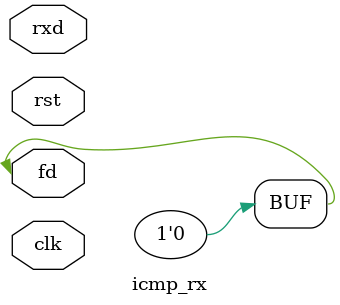
<source format=v>
module icmp_rx(
    input clk,
    input rst,

    input fd,
    output fd,

    input [7:0] rxd
);

    assign fd = 1'b0;

endmodule
</source>
